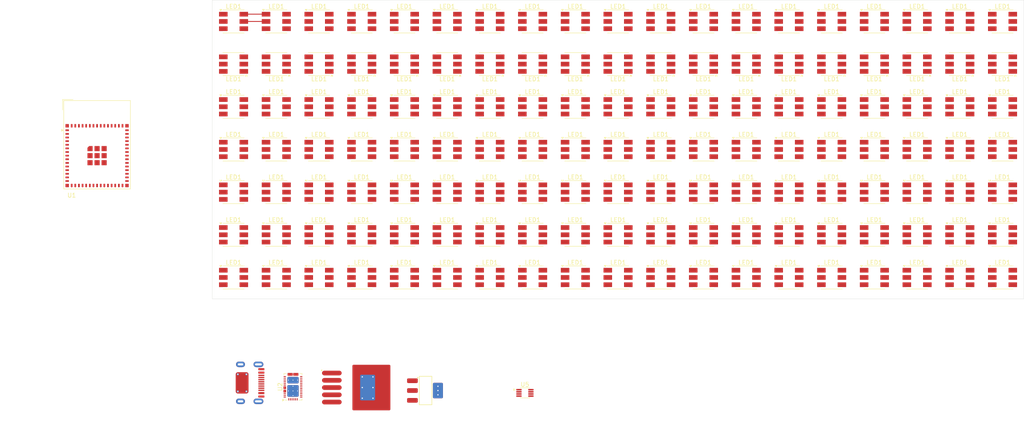
<source format=kicad_pcb>
(kicad_pcb (version 20241229) (generator "pcbnew") (generator_version "9.0")
  (layers (0 "F.Cu" signal) (4 "In1.Cu" signal) (6 "In2.Cu" signal) (2 "B.Cu" signal) (13 "F.Paste" user) (15 "B.Paste" user) (5 "F.SilkS" user "F.Silkscreen") (7 "B.SilkS" user "B.Silkscreen") (1 "F.Mask" user) (3 "B.Mask" user) (25 "Edge.Cuts" user))
  (net 0 "")
  (net 1 "USB_D+")
  (net 2 "GND")
  (net 4 "+3.3V")
  (net 5 "Net-(J1-CC1)")
  (net 6 "USB_D-")
  (net 8 "Net-(J1-CC2)")
  (net 9 "LED_DATA_LOW")
  (net 10 "LED_CLOCK_LOW")
  (net 12 "+5V")
  (net 15 "LED_DATA")
  (net 30 "LED_CLOCK")
  (net 40 "/VBUS")
  (net 41 "/PPHV")
  (footprint "LED_SMD:LED_RGB_5050-6" (layer "F.Cu") (at 195 55.1)
    (property "Reference" "LED1")
    (property "Value" "SK9822")
  )
  (footprint "LED_SMD:LED_RGB_5050-6" (layer "F.Cu") (at 135 45.1)
    (property "Reference" "LED1")
    (property "Value" "SK9822")
  )
  (footprint "LED_SMD:LED_RGB_5050-6" (layer "F.Cu") (at 195 75.1)
    (property "Reference" "LED1")
    (property "Value" "SK9822")
  )
  (footprint "LED_SMD:LED_RGB_5050-6" (layer "F.Cu") (at 115 45.1)
    (property "Reference" "LED1")
    (property "Value" "SK9822")
  )
  (footprint "LED_SMD:LED_RGB_5050-6" (layer "F.Cu") (at 115 65.1)
    (property "Reference" "LED1")
    (property "Value" "SK9822")
  )
  (footprint "LED_SMD:LED_RGB_5050-6" (layer "F.Cu") (at 195 65.1)
    (property "Reference" "LED1")
    (property "Value" "SK9822")
  )
  (footprint "LED_SMD:LED_RGB_5050-6" (layer "F.Cu") (at 185 35.1 180)
    (property "Reference" "LED1")
    (property "Value" "SK9822")
  )
  (footprint "LED_SMD:LED_RGB_5050-6" (layer "F.Cu") (at 145 45.1)
    (property "Reference" "LED1")
    (property "Value" "SK9822")
  )
  (footprint "LED_SMD:LED_RGB_5050-6" (layer "F.Cu") (at 35 75.1)
    (property "Reference" "LED1")
    (property "Value" "SK9822")
  )
  (footprint "LED_SMD:LED_RGB_5050-6" (layer "F.Cu") (at 195 85.1)
    (property "Reference" "LED1")
    (property "Value" "SK9822")
  )
  (footprint "LED_SMD:LED_RGB_5050-6" (layer "F.Cu") (at 125 35.1 180)
    (property "Reference" "LED1")
    (property "Value" "SK9822")
  )
  (footprint "LED_SMD:LED_RGB_5050-6" (layer "F.Cu") (at 105 75.1)
    (property "Reference" "LED1")
    (property "Value" "SK9822")
  )
  (footprint "LED_SMD:LED_RGB_5050-6" (layer "F.Cu") (at 145 65.1)
    (property "Reference" "LED1")
    (property "Value" "SK9822")
  )
  (footprint "LED_SMD:LED_RGB_5050-6" (layer "F.Cu") (at 185 45.1)
    (property "Reference" "LED1")
    (property "Value" "SK9822")
  )
  (footprint "LED_SMD:LED_RGB_5050-6" (layer "F.Cu") (at 185 55.1)
    (property "Reference" "LED1")
    (property "Value" "SK9822")
  )
  (footprint "LED_SMD:LED_RGB_5050-6" (layer "F.Cu") (at 195 45.1)
    (property "Reference" "LED1")
    (property "Value" "SK9822")
  )
  (footprint "LED_SMD:LED_RGB_5050-6" (layer "F.Cu") (at 175 55.1)
    (property "Reference" "LED1")
    (property "Value" "SK9822")
  )
  (footprint "LED_SMD:LED_RGB_5050-6" (layer "F.Cu") (at 65 45.1)
    (property "Reference" "LED1")
    (property "Value" "SK9822")
  )
  (footprint "LED_SMD:LED_RGB_5050-6" (layer "F.Cu") (at 105 65.1)
    (property "Reference" "LED1")
    (property "Value" "SK9822")
  )
  (footprint "LED_SMD:LED_RGB_5050-6" (layer "F.Cu") (at 105 85.1)
    (property "Reference" "LED1")
    (property "Value" "SK9822")
  )
  (footprint "LED_SMD:LED_RGB_5050-6" (layer "F.Cu") (at 55 75.1)
    (property "Reference" "LED1")
    (property "Value" "SK9822")
  )
  (footprint "LED_SMD:LED_RGB_5050-6" (layer "F.Cu") (at 75 55.1)
    (property "Reference" "LED1")
    (property "Value" "SK9822")
  )
  (footprint "LED_SMD:LED_RGB_5050-6" (layer "F.Cu") (at 65 55.1)
    (property "Reference" "LED1")
    (property "Value" "SK9822")
  )
  (footprint "LED_SMD:LED_RGB_5050-6" (layer "F.Cu") (at 145 85.1)
    (property "Reference" "LED1")
    (property "Value" "SK9822")
  )
  (footprint "LED_SMD:LED_RGB_5050-6" (layer "F.Cu") (at 125 85.1)
    (property "Reference" "LED1")
    (property "Value" "SK9822")
  )
  (footprint "LED_SMD:LED_RGB_5050-6" (layer "F.Cu") (at 155 85.1)
    (property "Reference" "LED1")
    (property "Value" "SK9822")
  )
  (footprint "LED_SMD:LED_RGB_5050-6" (layer "F.Cu") (at 205 35.1 180)
    (property "Reference" "LED1")
    (property "Value" "SK9822")
  )
  (footprint "LED_SMD:LED_RGB_5050-6" (layer "F.Cu") (at 175 85.1)
    (property "Reference" "LED1")
    (property "Value" "SK9822")
  )
  (footprint "LED_SMD:LED_RGB_5050-6" (layer "F.Cu") (at 115 85.1)
    (property "Reference" "LED1")
    (property "Value" "SK9822")
  )
  (footprint "LED_SMD:LED_RGB_5050-6" (layer "F.Cu") (at 205 45.1)
    (property "Reference" "LED1")
    (property "Value" "SK9822")
  )
  (footprint "LED_SMD:LED_RGB_5050-6" (layer "F.Cu") (at 35 35.1 180)
    (property "Reference" "LED1")
    (property "Value" "SK9822")
  )
  (footprint "LED_SMD:LED_RGB_5050-6" (layer "F.Cu") (at 205 25.1)
    (property "Reference" "LED1")
    (property "Value" "SK9822")
  )
  (footprint "LED_SMD:LED_RGB_5050-6" (layer "F.Cu") (at 195 35.1 180)
    (property "Reference" "LED1")
    (property "Value" "SK9822")
  )
  (footprint "LED_SMD:LED_RGB_5050-6" (layer "F.Cu") (at 65 25.1)
    (property "Reference" "LED1")
    (property "Value" "SK9822")
  )
  (footprint "LED_SMD:LED_RGB_5050-6" (layer "F.Cu") (at 75 75.1)
    (property "Reference" "LED1")
    (property "Value" "SK9822")
  )
  (footprint "LED_SMD:LED_RGB_5050-6" (layer "F.Cu") (at 155 25.1)
    (property "Reference" "LED1")
    (property "Value" "SK9822")
  )
  (footprint "LED_SMD:LED_RGB_5050-6" (layer "F.Cu") (at 105 25.1)
    (property "Reference" "LED1")
    (property "Value" "SK9822")
  )
  (footprint "Package_SO:VSSOP-8_2.3x2mm_P0.5mm" (layer "F.Cu") (at 93.2 112.15)
    (property "Reference" "U5")
    (property "Value" "SN74LVC2T45DCUR")
  )
  (footprint "LED_SMD:LED_RGB_5050-6" (layer "F.Cu") (at 185 75.1)
    (property "Reference" "LED1")
    (property "Value" "SK9822")
  )
  (footprint "LED_SMD:LED_RGB_5050-6" (layer "F.Cu") (at 25 25.1)
    (property "Reference" "LED1")
    (property "Value" "SK9822")
  )
  (footprint "LED_SMD:LED_RGB_5050-6" (layer "F.Cu") (at 45 75.1)
    (property "Reference" "LED1")
    (property "Value" "SK9822")
  )
  (footprint "LED_SMD:LED_RGB_5050-6" (layer "F.Cu") (at 45 35.1 180)
    (property "Reference" "LED1")
    (property "Value" "SK9822")
  )
  (footprint "LED_SMD:LED_RGB_5050-6" (layer "F.Cu") (at 125 75.1)
    (property "Reference" "LED1")
    (property "Value" "SK9822")
  )
  (footprint "LED_SMD:LED_RGB_5050-6" (layer "F.Cu") (at 45 85.1)
    (property "Reference" "LED1")
    (property "Value" "SK9822")
  )
  (footprint "LED_SMD:LED_RGB_5050-6" (layer "F.Cu") (at 45 45.1)
    (property "Reference" "LED1")
    (property "Value" "SK9822")
  )
  (footprint "LED_SMD:LED_RGB_5050-6" (layer "F.Cu") (at 95 75.1)
    (property "Reference" "LED1")
    (property "Value" "SK9822")
  )
  (footprint "LED_SMD:LED_RGB_5050-6" (layer "F.Cu") (at 65 75.1)
    (property "Reference" "LED1")
    (property "Value" "SK9822")
  )
  (footprint "LED_SMD:LED_RGB_5050-6" (layer "F.Cu") (at 115 25.1)
    (property "Reference" "LED1")
    (property "Value" "SK9822")
  )
  (footprint "PCM_JLCPCB:SOT-223-3_L6.5-W3.4-P2.30-LS7.0-BR" (layer "F.Cu") (at 69.84 111.6 180)
    (property "Reference" "U3" (hide yes))
    (property "Value" "AMS1117")
  )
  (footprint "LED_SMD:LED_RGB_5050-6" (layer "F.Cu") (at 125 45.1)
    (property "Reference" "LED1")
    (property "Value" "SK9822")
  )
  (footprint "LED_SMD:LED_RGB_5050-6" (layer "F.Cu") (at 175 45.1)
    (property "Reference" "LED1")
    (property "Value" "SK9822")
  )
  (footprint "LED_SMD:LED_RGB_5050-6" (layer "F.Cu") (at 135 65.1)
    (property "Reference" "LED1")
    (property "Value" "SK9822")
  )
  (footprint "LED_SMD:LED_RGB_5050-6" (layer "F.Cu") (at 95 45.1)
    (property "Reference" "LED1")
    (property "Value" "SK9822")
  )
  (footprint "LED_SMD:LED_RGB_5050-6" (layer "F.Cu") (at 185 85.1)
    (property "Reference" "LED1")
    (property "Value" "SK9822")
  )
  (footprint "LED_SMD:LED_RGB_5050-6" (layer "F.Cu") (at 25 55.1)
    (property "Reference" "LED1")
    (property "Value" "SK9822")
  )
  (footprint "LED_SMD:LED_RGB_5050-6" (layer "F.Cu") (at 85 45.1)
    (property "Reference" "LED1")
    (property "Value" "SK9822")
  )
  (footprint "LED_SMD:LED_RGB_5050-6" (layer "F.Cu") (at 135 55.1)
    (property "Reference" "LED1")
    (property "Value" "SK9822")
  )
  (footprint "LED_SMD:LED_RGB_5050-6" (layer "F.Cu") (at 85 85.1)
    (property "Reference" "LED1")
    (property "Value" "SK9822")
  )
  (footprint "LED_SMD:LED_RGB_5050-6" (layer "F.Cu") (at 165 45.1)
    (property "Reference" "LED1")
    (property "Value" "SK9822")
  )
  (footprint "LED_SMD:LED_RGB_5050-6" (layer "F.Cu") (at 125 55.1)
    (property "Reference" "LED1")
    (property "Value" "SK9822")
  )
  (footprint "LED_SMD:LED_RGB_5050-6" (layer "F.Cu") (at 55 45.1)
    (property "Reference" "LED1")
    (property "Value" "SK9822")
  )
  (footprint "LED_SMD:LED_RGB_5050-6" (layer "F.Cu") (at 75 85.1)
    (property "Reference" "LED1")
    (property "Value" "SK9822")
  )
  (footprint "LED_SMD:LED_RGB_5050-6" (layer "F.Cu") (at 165 75.1)
    (property "Reference" "LED1")
    (property "Value" "SK9822")
  )
  (footprint "Package_DFN_QFN:Texas_REF0038A_WQFN-38-2EP_6x4mm_P0.4" (layer "F.Cu") (at 38.91 110.725 90)
    (property "Reference" "U2")
    (property "Value" "TPS25730D")
  )
  (footprint "PCM_JLCPCB:TYPE-C-SMD_HX-TYPE-C-16PIN" (layer "F.Cu") (at 29 109.8 -90)
    (property "Reference" "J1" (hide yes))
    (property "Value" "Connector, USB-TYPE-C-16P")
  )
  (footprint "LED_SMD:LED_RGB_5050-6" (layer "F.Cu") (at 175 65.1)
    (property "Reference" "LED1")
    (property "Value" "SK9822")
  )
  (footprint "LED_SMD:LED_RGB_5050-6" (layer "F.Cu") (at 45 55.1)
    (property "Reference" "LED1")
    (property "Value" "SK9822")
  )
  (footprint "LED_SMD:LED_RGB_5050-6" (layer "F.Cu") (at 65 65.1)
    (property "Reference" "LED1")
    (property "Value" "SK9822")
  )
  (footprint "LED_SMD:LED_RGB_5050-6" (layer "F.Cu") (at 35 55.1)
    (property "Reference" "LED1")
    (property "Value" "SK9822")
  )
  (footprint "LED_SMD:LED_RGB_5050-6" (layer "F.Cu") (at 25 75.1)
    (property "Reference" "LED1")
    (property "Value" "SK9822")
  )
  (footprint "LED_SMD:LED_RGB_5050-6" (layer "F.Cu") (at 25 45.1)
    (property "Reference" "LED1")
    (property "Value" "SK9822")
  )
  (footprint "LED_SMD:LED_RGB_5050-6" (layer "F.Cu") (at 115 55.1)
    (property "Reference" "LED1")
    (property "Value" "SK9822")
  )
  (footprint "LED_SMD:LED_RGB_5050-6" (layer "F.Cu") (at 75 25.1)
    (property "Reference" "LED1")
    (property "Value" "SK9822")
  )
  (footprint "LED_SMD:LED_RGB_5050-6" (layer "F.Cu") (at 85 55.1)
    (property "Reference" "LED1")
    (property "Value" "SK9822")
  )
  (footprint "LED_SMD:LED_RGB_5050-6" (layer "F.Cu") (at 185 65.1)
    (property "Reference" "LED1")
    (property "Value" "SK9822")
  )
  (footprint "LED_SMD:LED_RGB_5050-6" (layer "F.Cu") (at 85 65.1)
    (property "Reference" "LED1")
    (property "Value" "SK9822")
  )
  (footprint "LED_SMD:LED_RGB_5050-6" (layer "F.Cu") (at 155 35.1 180)
    (property "Reference" "LED1")
    (property "Value" "SK9822")
  )
  (footprint "LED_SMD:LED_RGB_5050-6" (layer "F.Cu") (at 75 65.1)
    (property "Reference" "LED1")
    (property "Value" "SK9822")
  )
  (footprint "LED_SMD:LED_RGB_5050-6" (layer "F.Cu") (at 55 85.1)
    (property "Reference" "LED1")
    (property "Value" "SK9822")
  )
  (footprint "LED_SMD:LED_RGB_5050-6" (layer "F.Cu") (at 135 85.1)
    (property "Reference" "LED1")
    (property "Value" "SK9822")
  )
  (footprint "LED_SMD:LED_RGB_5050-6" (layer "F.Cu") (at 115 35.1 180)
    (property "Reference" "LED1")
    (property "Value" "SK9822")
  )
  (footprint "LED_SMD:LED_RGB_5050-6" (layer "F.Cu") (at 105 45.1)
    (property "Reference" "LED1")
    (property "Value" "SK9822")
  )
  (footprint "LED_SMD:LED_RGB_5050-6" (layer "F.Cu") (at 95 35.1 180)
    (property "Reference" "LED1")
    (property "Value" "SK9822")
  )
  (footprint "LED_SMD:LED_RGB_5050-6" (layer "F.Cu") (at 145 75.1)
    (property "Reference" "LED1")
    (property "Value" "SK9822")
  )
  (footprint "LED_SMD:LED_RGB_5050-6" (layer "F.Cu") (at 145 55.1)
    (property "Reference" "LED1")
    (property "Value" "SK9822")
  )
  (footprint "LED_SMD:LED_RGB_5050-6" (layer "F.Cu") (at 85 75.1)
    (property "Reference" "LED1")
    (property "Value" "SK9822")
  )
  (footprint "LED_SMD:LED_RGB_5050-6" (layer "F.Cu") (at 125 65.1)
    (property "Reference" "LED1")
    (property "Value" "SK9822")
  )
  (footprint "LED_SMD:LED_RGB_5050-6" (layer "F.Cu") (at 95 25.1)
    (property "Reference" "LED1")
    (property "Value" "SK9822")
  )
  (footprint "LED_SMD:LED_RGB_5050-6" (layer "F.Cu") (at 165 85.1)
    (property "Reference" "LED1")
    (property "Value" "SK9822")
  )
  (footprint "LED_SMD:LED_RGB_5050-6" (layer "F.Cu") (at 125 25.1)
    (property "Reference" "LED1")
    (property "Value" "SK9822")
  )
  (footprint "LED_SMD:LED_RGB_5050-6" (layer "F.Cu") (at 155 45.1)
    (property "Reference" "LED1")
    (property "Value" "SK9822")
  )
  (footprint "LED_SMD:LED_RGB_5050-6" (layer "F.Cu") (at 45 65.1)
    (property "Reference" "LED1")
    (property "Value" "SK9822")
  )
  (footprint "LED_SMD:LED_RGB_5050-6" (layer "F.Cu") (at 105 35.1 180)
    (property "Reference" "LED1")
    (property "Value" "SK9822")
  )
  (footprint "LED_SMD:LED_RGB_5050-6" (layer "F.Cu") (at 155 55.1)
    (property "Reference" "LED1")
    (property "Value" "SK9822")
  )
  (footprint "LED_SMD:LED_RGB_5050-6" (layer "F.Cu") (at 25 35.1 180)
    (property "Reference" "LED1")
    (property "Value" "SK9822")
  )
  (footprint "RF_Module:ESP32-S2-MINI-1" (layer "F.Cu") (at -6.95 54)
    (property "Reference" "U1")
    (property "Value" "ESP32-S3")
  )
  (footprint "LED_SMD:LED_RGB_5050-6" (layer "F.Cu") (at 175 25.1)
    (property "Reference" "LED1")
    (property "Value" "SK9822")
  )
  (footprint "LED_SMD:LED_RGB_5050-6" (layer "F.Cu") (at 205 75.1)
    (property "Reference" "LED1")
    (property "Value" "SK9822")
  )
  (footprint "LED_SMD:LED_RGB_5050-6" (layer "F.Cu") (at 165 35.1 180)
    (property "Reference" "LED1")
    (property "Value" "SK9822")
  )
  (footprint "LED_SMD:LED_RGB_5050-6" (layer "F.Cu") (at 195 25.1)
    (property "Reference" "LED1")
    (property "Value" "SK9822")
  )
  (footprint "LED_SMD:LED_RGB_5050-6" (layer "F.Cu") (at 95 55.1)
    (property "Reference" "LED1")
    (property "Value" "SK9822")
  )
  (footprint "LED_SMD:LED_RGB_5050-6" (layer "F.Cu") (at 35 25.1)
    (property "Reference" "LED1")
    (property "Value" "SK9822")
  )
  (footprint "LED_SMD:LED_RGB_5050-6" (layer "F.Cu") (at 35 65.1)
    (property "Reference" "LED1")
    (property "Value" "SK9822")
  )
  (footprint "LED_SMD:LED_RGB_5050-6" (layer "F.Cu") (at 105 55.1)
    (property "Reference" "LED1")
    (property "Value" "SK9822")
  )
  (footprint "LED_SMD:LED_RGB_5050-6" (layer "F.Cu") (at 155 75.1)
    (property "Reference" "LED1")
    (property "Value" "SK9822")
  )
  (footprint "LED_SMD:LED_RGB_5050-6" (layer "F.Cu") (at 65 35.1 180)
    (property "Reference" "LED1")
    (property "Value" "SK9822")
  )
  (footprint "LED_SMD:LED_RGB_5050-6" (layer "F.Cu") (at 205 85.1)
    (property "Reference" "LED1")
    (property "Value" "SK9822")
  )
  (footprint "LED_SMD:LED_RGB_5050-6" (layer "F.Cu") (at 155 65.1)
    (property "Reference" "LED1")
    (property "Value" "SK9822")
  )
  (footprint "LED_SMD:LED_RGB_5050-6" (layer "F.Cu") (at 25 65.1)
    (property "Reference" "LED1")
    (property "Value" "SK9822")
  )
  (footprint "LED_SMD:LED_RGB_5050-6" (layer "F.Cu") (at 205 65.1)
    (property "Reference" "LED1")
    (property "Value" "SK9822")
  )
  (footprint "PCM_JLCPCB:PG-TO-263-5_L10.2-W8.7-P1.70-LS14.4-BR" (layer "F.Cu") (at 52.63 110.9 180)
    (property "Reference" "U4" (hide yes))
    (property "Value" "LM2576SX")
  )
  (footprint "LED_SMD:LED_RGB_5050-6" (layer "F.Cu") (at 135 75.1)
    (property "Reference" "LED1")
    (property "Value" "SK9822")
  )
  (footprint "LED_SMD:LED_RGB_5050-6" (layer "F.Cu") (at 75 35.1 180)
    (property "Reference" "LED1")
    (property "Value" "SK9822")
  )
  (footprint "LED_SMD:LED_RGB_5050-6" (layer "F.Cu") (at 55 65.1)
    (property "Reference" "LED1")
    (property "Value" "SK9822")
  )
  (footprint "LED_SMD:LED_RGB_5050-6" (layer "F.Cu") (at 135 25.1)
    (property "Reference" "LED1")
    (property "Value" "SK9822")
  )
  (footprint "LED_SMD:LED_RGB_5050-6" (layer "F.Cu") (at 145 35.1 180)
    (property "Reference" "LED1")
    (property "Value" "SK9822")
  )
  (footprint "LED_SMD:LED_RGB_5050-6" (layer "F.Cu") (at 35 85.1)
    (property "Reference" "LED1")
    (property "Value" "SK9822")
  )
  (footprint "LED_SMD:LED_RGB_5050-6" (layer "F.Cu") (at 55 25.1)
    (property "Reference" "LED1")
    (property "Value" "SK9822")
  )
  (footprint "LED_SMD:LED_RGB_5050-6" (layer "F.Cu") (at 145 25.1)
    (property "Reference" "LED1")
    (property "Value" "SK9822")
  )
  (footprint "LED_SMD:LED_RGB_5050-6" (layer "F.Cu") (at 185 25.1)
    (property "Reference" "LED1")
    (property "Value" "SK9822")
  )
  (footprint "LED_SMD:LED_RGB_5050-6" (layer "F.Cu") (at 135 35.1 180)
    (property "Reference" "LED1")
    (property "Value" "SK9822")
  )
  (footprint "LED_SMD:LED_RGB_5050-6" (layer "F.Cu") (at 175 35.1 180)
    (property "Reference" "LED1")
    (property "Value" "SK9822")
  )
  (footprint "LED_SMD:LED_RGB_5050-6" (layer "F.Cu") (at 175 75.1)
    (property "Reference" "LED1")
    (property "Value" "SK9822")
  )
  (footprint "LED_SMD:LED_RGB_5050-6" (layer "F.Cu") (at 165 55.1)
    (property "Reference" "LED1")
    (property "Value" "SK9822")
  )
  (footprint "LED_SMD:LED_RGB_5050-6" (layer "F.Cu") (at 85 35.1 180)
    (property "Reference" "LED1")
    (property "Value" "SK9822")
  )
  (footprint "LED_SMD:LED_RGB_5050-6" (layer "F.Cu") (at 85 25.1)
    (property "Reference" "LED1")
    (property "Value" "SK9822")
  )
  (footprint "LED_SMD:LED_RGB_5050-6" (layer "F.Cu") (at 95 65.1)
    (property "Reference" "LED1")
    (property "Value" "SK9822")
  )
  (footprint "LED_SMD:LED_RGB_5050-6" (layer "F.Cu") (at 95 85.1)
    (property "Reference" "LED1")
    (property "Value" "SK9822")
  )
  (footprint "LED_SMD:LED_RGB_5050-6" (layer "F.Cu") (at 35 45.1)
    (property "Reference" "LED1")
    (property "Value" "SK9822")
  )
  (footprint "LED_SMD:LED_RGB_5050-6" (layer "F.Cu") (at 115 75.1)
    (property "Reference" "LED1")
    (property "Value" "SK9822")
  )
  (footprint "LED_SMD:LED_RGB_5050-6" (layer "F.Cu") (at 165 25.1)
    (property "Reference" "LED1")
    (property "Value" "SK9822")
  )
  (footprint "LED_SMD:LED_RGB_5050-6" (layer "F.Cu") (at 45 25.1)
    (property "Reference" "LED1")
    (property "Value" "SK9822")
  )
  (footprint "LED_SMD:LED_RGB_5050-6" (layer "F.Cu") (at 75 45.1)
    (property "Reference" "LED1")
    (property "Value" "SK9822")
  )
  (footprint "LED_SMD:LED_RGB_5050-6" (layer "F.Cu") (at 65 85.1)
    (property "Reference" "LED1")
    (property "Value" "SK9822")
  )
  (footprint "LED_SMD:LED_RGB_5050-6" (layer "F.Cu") (at 25 85.1)
    (property "Reference" "LED1")
    (property "Value" "SK9822")
  )
  (footprint "LED_SMD:LED_RGB_5050-6" (layer "F.Cu") (at 55 55.1)
    (property "Reference" "LED1")
    (property "Value" "SK9822")
  )
  (footprint "LED_SMD:LED_RGB_5050-6" (layer "F.Cu") (at 165 65.1)
    (property "Reference" "LED1")
    (property "Value" "SK9822")
  )
  (footprint "LED_SMD:LED_RGB_5050-6" (layer "F.Cu") (at 205 55.1)
    (property "Reference" "LED1")
    (property "Value" "SK9822")
  )
  (footprint "LED_SMD:LED_RGB_5050-6" (layer "F.Cu") (at 55 35.1 180)
    (property "Reference" "LED1")
    (property "Value" "SK9822")
  )
  (gr_rect (start 20 20.1) (end 210 90.1) (stroke (width 0.05)) (fill no) (layer "Edge.Cuts"))
  (segment (start 27.4 23.4) (end 32.6 23.4) (width 0.2) (layer "F.Cu") (net 15))
  (segment (start 27.4 25.1) (end 32.6 25.1) (width 0.2) (layer "F.Cu") (net 30))
)
</source>
